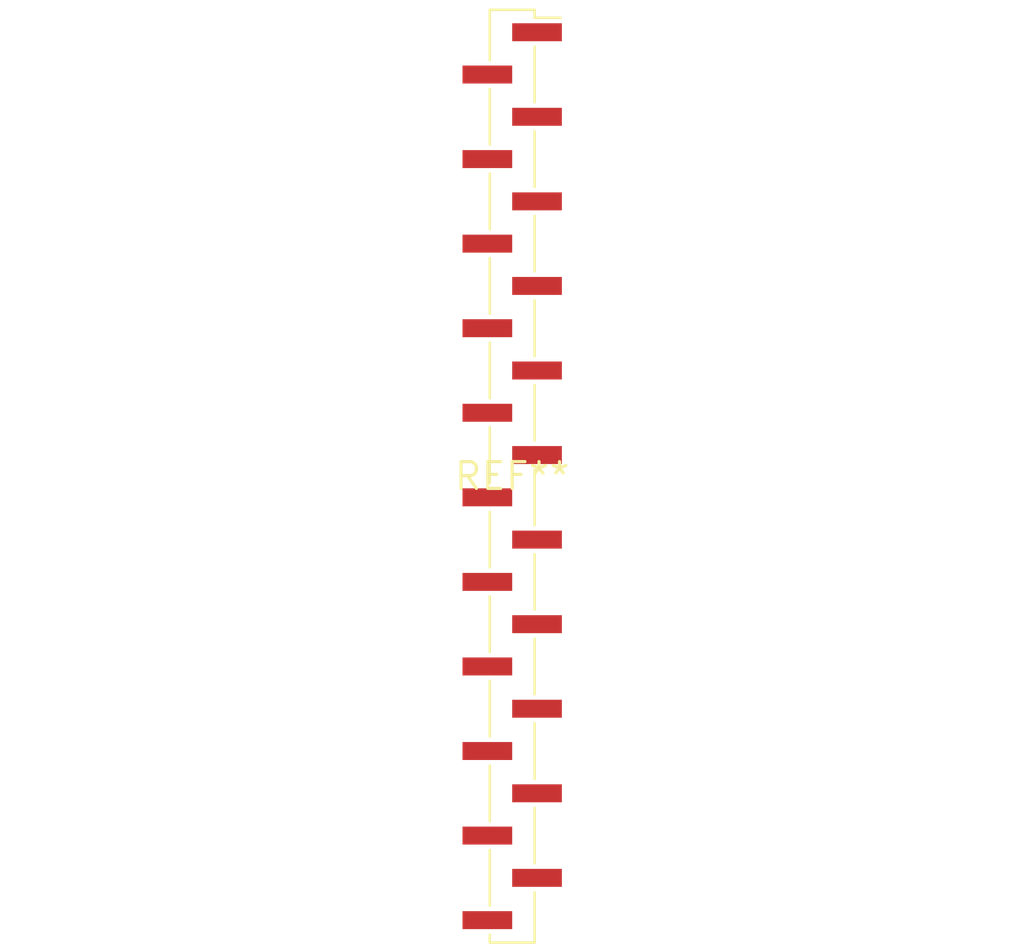
<source format=kicad_pcb>
(kicad_pcb (version 20240108) (generator pcbnew)
  (layers (0 "F.Cu" signal) (31 "B.Cu" signal) (34 "B.Paste" user) (35 "F.Paste" user) (36 "B.SilkS" user "B.Silkscreen") (37 "F.SilkS" user "F.Silkscreen") (38 "B.Mask" user) (39 "F.Mask" user) (44 "Edge.Cuts" user))
  (net 0 "")
  (footprint "PinHeader_1x22_P2.00mm_Vertical_SMD_Pin1Right" (layer "F.Cu") (at 0 0)
    (property "Reference" "REF**")
    (property "Value" "PinHeader_1x22_P2.00mm_Vertical_SMD_Pin1Right")
    (fp_line (start -1.06 -22.06) (end -1.06 -19.685) (layer "F.SilkS") (stroke (width 0.12)))
    (fp_line (start -1.06 -22.06) (end 1.06 -22.06) (layer "F.SilkS") (stroke (width 0.12)))
    (fp_line (start -1.06 -18.315) (end -1.06 -15.685) (layer "F.SilkS") (stroke (width 0.12)))
    (fp_line (start -1.06 -14.315) (end -1.06 -11.685) (layer "F.SilkS") (stroke (width 0.12)))
    (fp_line (start -1.06 -10.315) (end -1.06 -7.685) (layer "F.SilkS") (stroke (width 0.12)))
    (fp_line (start -1.06 -6.315) (end -1.06 -3.685) (layer "F.SilkS") (stroke (width 0.12)))
    (fp_line (start -1.06 -2.315) (end -1.06 0.315) (layer "F.SilkS") (stroke (width 0.12)))
    (fp_line (start -1.06 1.685) (end -1.06 4.315) (layer "F.SilkS") (stroke (width 0.12)))
    (fp_line (start -1.06 5.685) (end -1.06 8.315) (layer "F.SilkS") (stroke (width 0.12)))
    (fp_line (start -1.06 9.685) (end -1.06 12.315) (layer "F.SilkS") (stroke (width 0.12)))
    (fp_line (start -1.06 13.685) (end -1.06 16.315) (layer "F.SilkS") (stroke (width 0.12)))
    (fp_line (start -1.06 17.685) (end -1.06 20.315) (layer "F.SilkS") (stroke (width 0.12)))
    (fp_line (start -1.06 21.685) (end -1.06 22.06) (layer "F.SilkS") (stroke (width 0.12)))
    (fp_line (start -1.06 22.06) (end 1.06 22.06) (layer "F.SilkS") (stroke (width 0.12)))
    (fp_line (start 1.06 -22.06) (end 1.06 -21.685) (layer "F.SilkS") (stroke (width 0.12)))
    (fp_line (start 1.06 -21.685) (end 2.29 -21.685) (layer "F.SilkS") (stroke (width 0.12)))
    (fp_line (start 1.06 -20.315) (end 1.06 -17.685) (layer "F.SilkS") (stroke (width 0.12)))
    (fp_line (start 1.06 -16.315) (end 1.06 -13.685) (layer "F.SilkS") (stroke (width 0.12)))
    (fp_line (start 1.06 -12.315) (end 1.06 -9.685) (layer "F.SilkS") (stroke (width 0.12)))
    (fp_line (start 1.06 -8.315) (end 1.06 -5.685) (layer "F.SilkS") (stroke (width 0.12)))
    (fp_line (start 1.06 -4.315) (end 1.06 -1.685) (layer "F.SilkS") (stroke (width 0.12)))
    (fp_line (start 1.06 -0.315) (end 1.06 2.315) (layer "F.SilkS") (stroke (width 0.12)))
    (fp_line (start 1.06 3.685) (end 1.06 6.315) (layer "F.SilkS") (stroke (width 0.12)))
    (fp_line (start 1.06 7.685) (end 1.06 10.315) (layer "F.SilkS") (stroke (width 0.12)))
    (fp_line (start 1.06 11.685) (end 1.06 14.315) (layer "F.SilkS") (stroke (width 0.12)))
    (fp_line (start 1.06 15.685) (end 1.06 18.315) (layer "F.SilkS") (stroke (width 0.12)))
    (fp_line (start 1.06 19.685) (end 1.06 22.06) (layer "F.SilkS") (stroke (width 0.12)))
    (pad "1" smd rect (at 1.175 -21) (size 2.35 0.85) (layers "F.Cu" "F.Paste" "F.Mask"))
    (pad "2" smd rect (at -1.175 -19) (size 2.35 0.85) (layers "F.Cu" "F.Paste" "F.Mask"))
    (pad "3" smd rect (at 1.175 -17) (size 2.35 0.85) (layers "F.Cu" "F.Paste" "F.Mask"))
    (pad "4" smd rect (at -1.175 -15) (size 2.35 0.85) (layers "F.Cu" "F.Paste" "F.Mask"))
    (pad "5" smd rect (at 1.175 -13) (size 2.35 0.85) (layers "F.Cu" "F.Paste" "F.Mask"))
    (pad "6" smd rect (at -1.175 -11) (size 2.35 0.85) (layers "F.Cu" "F.Paste" "F.Mask"))
    (pad "7" smd rect (at 1.175 -9) (size 2.35 0.85) (layers "F.Cu" "F.Paste" "F.Mask"))
    (pad "8" smd rect (at -1.175 -7) (size 2.35 0.85) (layers "F.Cu" "F.Paste" "F.Mask"))
    (pad "9" smd rect (at 1.175 -5) (size 2.35 0.85) (layers "F.Cu" "F.Paste" "F.Mask"))
    (pad "10" smd rect (at -1.175 -3) (size 2.35 0.85) (layers "F.Cu" "F.Paste" "F.Mask"))
    (pad "11" smd rect (at 1.175 -1) (size 2.35 0.85) (layers "F.Cu" "F.Paste" "F.Mask"))
    (pad "12" smd rect (at -1.175 1) (size 2.35 0.85) (layers "F.Cu" "F.Paste" "F.Mask"))
    (pad "13" smd rect (at 1.175 3) (size 2.35 0.85) (layers "F.Cu" "F.Paste" "F.Mask"))
    (pad "14" smd rect (at -1.175 5) (size 2.35 0.85) (layers "F.Cu" "F.Paste" "F.Mask"))
    (pad "15" smd rect (at 1.175 7) (size 2.35 0.85) (layers "F.Cu" "F.Paste" "F.Mask"))
    (pad "16" smd rect (at -1.175 9) (size 2.35 0.85) (layers "F.Cu" "F.Paste" "F.Mask"))
    (pad "17" smd rect (at 1.175 11) (size 2.35 0.85) (layers "F.Cu" "F.Paste" "F.Mask"))
    (pad "18" smd rect (at -1.175 13) (size 2.35 0.85) (layers "F.Cu" "F.Paste" "F.Mask"))
    (pad "19" smd rect (at 1.175 15) (size 2.35 0.85) (layers "F.Cu" "F.Paste" "F.Mask"))
    (pad "20" smd rect (at -1.175 17) (size 2.35 0.85) (layers "F.Cu" "F.Paste" "F.Mask"))
    (pad "21" smd rect (at 1.175 19) (size 2.35 0.85) (layers "F.Cu" "F.Paste" "F.Mask"))
    (pad "22" smd rect (at -1.175 21) (size 2.35 0.85) (layers "F.Cu" "F.Paste" "F.Mask"))
  )
)
</source>
